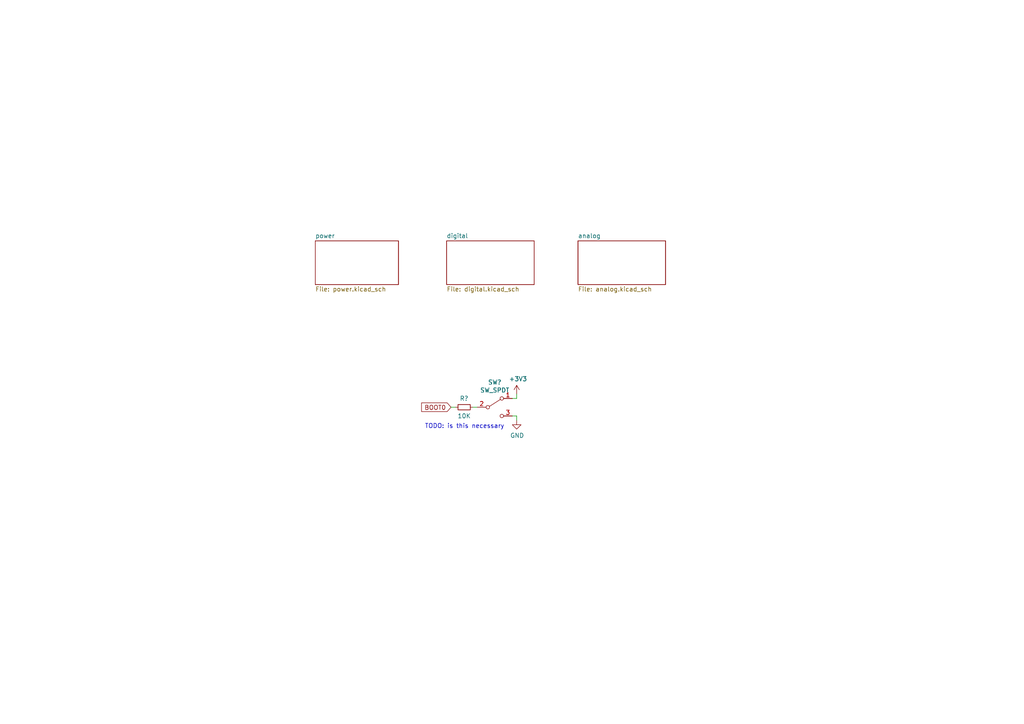
<source format=kicad_sch>
(kicad_sch (version 20211123) (generator eeschema)

  (uuid b7a5be0d-cb19-47d2-97ef-564bf679a208)

  (paper "A4")

  (title_block
    (title "Higgs")
    (date "2021-05-30")
    (rev "1.0")
    (company "Fibration")
  )

  (lib_symbols
    (symbol "Device:R_Small" (pin_numbers hide) (pin_names (offset 0.254) hide) (in_bom yes) (on_board yes)
      (property "Reference" "R" (id 0) (at 0.762 0.508 0)
        (effects (font (size 1.27 1.27)) (justify left))
      )
      (property "Value" "R_Small" (id 1) (at 0.762 -1.016 0)
        (effects (font (size 1.27 1.27)) (justify left))
      )
      (property "Footprint" "" (id 2) (at 0 0 0)
        (effects (font (size 1.27 1.27)) hide)
      )
      (property "Datasheet" "~" (id 3) (at 0 0 0)
        (effects (font (size 1.27 1.27)) hide)
      )
      (property "ki_keywords" "R resistor" (id 4) (at 0 0 0)
        (effects (font (size 1.27 1.27)) hide)
      )
      (property "ki_description" "Resistor, small symbol" (id 5) (at 0 0 0)
        (effects (font (size 1.27 1.27)) hide)
      )
      (property "ki_fp_filters" "R_*" (id 6) (at 0 0 0)
        (effects (font (size 1.27 1.27)) hide)
      )
      (symbol "R_Small_0_1"
        (rectangle (start -0.762 1.778) (end 0.762 -1.778)
          (stroke (width 0.2032) (type default) (color 0 0 0 0))
          (fill (type none))
        )
      )
      (symbol "R_Small_1_1"
        (pin passive line (at 0 2.54 270) (length 0.762)
          (name "~" (effects (font (size 1.27 1.27))))
          (number "1" (effects (font (size 1.27 1.27))))
        )
        (pin passive line (at 0 -2.54 90) (length 0.762)
          (name "~" (effects (font (size 1.27 1.27))))
          (number "2" (effects (font (size 1.27 1.27))))
        )
      )
    )
    (symbol "Switch:SW_SPDT" (pin_names (offset 0) hide) (in_bom yes) (on_board yes)
      (property "Reference" "SW" (id 0) (at 0 4.318 0)
        (effects (font (size 1.27 1.27)))
      )
      (property "Value" "SW_SPDT" (id 1) (at 0 -5.08 0)
        (effects (font (size 1.27 1.27)))
      )
      (property "Footprint" "" (id 2) (at 0 0 0)
        (effects (font (size 1.27 1.27)) hide)
      )
      (property "Datasheet" "~" (id 3) (at 0 0 0)
        (effects (font (size 1.27 1.27)) hide)
      )
      (property "ki_keywords" "switch single-pole double-throw spdt ON-ON" (id 4) (at 0 0 0)
        (effects (font (size 1.27 1.27)) hide)
      )
      (property "ki_description" "Switch, single pole double throw" (id 5) (at 0 0 0)
        (effects (font (size 1.27 1.27)) hide)
      )
      (symbol "SW_SPDT_0_0"
        (circle (center -2.032 0) (radius 0.508)
          (stroke (width 0) (type default) (color 0 0 0 0))
          (fill (type none))
        )
        (circle (center 2.032 -2.54) (radius 0.508)
          (stroke (width 0) (type default) (color 0 0 0 0))
          (fill (type none))
        )
      )
      (symbol "SW_SPDT_0_1"
        (polyline
          (pts
            (xy -1.524 0.254)
            (xy 1.651 2.286)
          )
          (stroke (width 0) (type default) (color 0 0 0 0))
          (fill (type none))
        )
        (circle (center 2.032 2.54) (radius 0.508)
          (stroke (width 0) (type default) (color 0 0 0 0))
          (fill (type none))
        )
      )
      (symbol "SW_SPDT_1_1"
        (pin passive line (at 5.08 2.54 180) (length 2.54)
          (name "A" (effects (font (size 1.27 1.27))))
          (number "1" (effects (font (size 1.27 1.27))))
        )
        (pin passive line (at -5.08 0 0) (length 2.54)
          (name "B" (effects (font (size 1.27 1.27))))
          (number "2" (effects (font (size 1.27 1.27))))
        )
        (pin passive line (at 5.08 -2.54 180) (length 2.54)
          (name "C" (effects (font (size 1.27 1.27))))
          (number "3" (effects (font (size 1.27 1.27))))
        )
      )
    )
    (symbol "power:+3.3V" (power) (pin_names (offset 0)) (in_bom yes) (on_board yes)
      (property "Reference" "#PWR" (id 0) (at 0 -3.81 0)
        (effects (font (size 1.27 1.27)) hide)
      )
      (property "Value" "+3.3V" (id 1) (at 0 3.556 0)
        (effects (font (size 1.27 1.27)))
      )
      (property "Footprint" "" (id 2) (at 0 0 0)
        (effects (font (size 1.27 1.27)) hide)
      )
      (property "Datasheet" "" (id 3) (at 0 0 0)
        (effects (font (size 1.27 1.27)) hide)
      )
      (property "ki_keywords" "power-flag" (id 4) (at 0 0 0)
        (effects (font (size 1.27 1.27)) hide)
      )
      (property "ki_description" "Power symbol creates a global label with name \"+3.3V\"" (id 5) (at 0 0 0)
        (effects (font (size 1.27 1.27)) hide)
      )
      (symbol "+3.3V_0_1"
        (polyline
          (pts
            (xy -0.762 1.27)
            (xy 0 2.54)
          )
          (stroke (width 0) (type default) (color 0 0 0 0))
          (fill (type none))
        )
        (polyline
          (pts
            (xy 0 0)
            (xy 0 2.54)
          )
          (stroke (width 0) (type default) (color 0 0 0 0))
          (fill (type none))
        )
        (polyline
          (pts
            (xy 0 2.54)
            (xy 0.762 1.27)
          )
          (stroke (width 0) (type default) (color 0 0 0 0))
          (fill (type none))
        )
      )
      (symbol "+3.3V_1_1"
        (pin power_in line (at 0 0 90) (length 0) hide
          (name "+3V3" (effects (font (size 1.27 1.27))))
          (number "1" (effects (font (size 1.27 1.27))))
        )
      )
    )
    (symbol "power:GND" (power) (pin_names (offset 0)) (in_bom yes) (on_board yes)
      (property "Reference" "#PWR" (id 0) (at 0 -6.35 0)
        (effects (font (size 1.27 1.27)) hide)
      )
      (property "Value" "GND" (id 1) (at 0 -3.81 0)
        (effects (font (size 1.27 1.27)))
      )
      (property "Footprint" "" (id 2) (at 0 0 0)
        (effects (font (size 1.27 1.27)) hide)
      )
      (property "Datasheet" "" (id 3) (at 0 0 0)
        (effects (font (size 1.27 1.27)) hide)
      )
      (property "ki_keywords" "power-flag" (id 4) (at 0 0 0)
        (effects (font (size 1.27 1.27)) hide)
      )
      (property "ki_description" "Power symbol creates a global label with name \"GND\" , ground" (id 5) (at 0 0 0)
        (effects (font (size 1.27 1.27)) hide)
      )
      (symbol "GND_0_1"
        (polyline
          (pts
            (xy 0 0)
            (xy 0 -1.27)
            (xy 1.27 -1.27)
            (xy 0 -2.54)
            (xy -1.27 -1.27)
            (xy 0 -1.27)
          )
          (stroke (width 0) (type default) (color 0 0 0 0))
          (fill (type none))
        )
      )
      (symbol "GND_1_1"
        (pin power_in line (at 0 0 270) (length 0) hide
          (name "GND" (effects (font (size 1.27 1.27))))
          (number "1" (effects (font (size 1.27 1.27))))
        )
      )
    )
  )


  (wire (pts (xy 149.86 114.3) (xy 149.86 115.57))
    (stroke (width 0) (type default) (color 0 0 0 0))
    (uuid 212376b3-266e-41b6-aa00-bf5fb6d1b1c3)
  )
  (wire (pts (xy 149.86 120.65) (xy 148.59 120.65))
    (stroke (width 0) (type default) (color 0 0 0 0))
    (uuid 2f927bf3-637e-4d13-a7ed-f7f73af40949)
  )
  (wire (pts (xy 138.43 118.11) (xy 137.16 118.11))
    (stroke (width 0) (type default) (color 0 0 0 0))
    (uuid 4be8b1b8-119f-4397-b1a0-451d77a2b88f)
  )
  (wire (pts (xy 130.81 118.11) (xy 132.08 118.11))
    (stroke (width 0) (type default) (color 0 0 0 0))
    (uuid 66730c71-9eeb-4a35-a346-08c9f99abbef)
  )
  (wire (pts (xy 149.86 121.92) (xy 149.86 120.65))
    (stroke (width 0) (type default) (color 0 0 0 0))
    (uuid 6ccc690a-3a3c-4e02-a3a4-085cc0740dfd)
  )
  (wire (pts (xy 149.86 115.57) (xy 148.59 115.57))
    (stroke (width 0) (type default) (color 0 0 0 0))
    (uuid dbb2472b-5312-44f6-a322-18ba7ccab995)
  )

  (text "TODO: is this necessary\n" (at 123.19 124.46 0)
    (effects (font (size 1.27 1.27)) (justify left bottom))
    (uuid d5536ebc-4a98-4145-aeeb-49a78f885213)
  )

  (global_label "BOOT0" (shape input) (at 130.81 118.11 180) (fields_autoplaced)
    (effects (font (size 1.27 1.27)) (justify right))
    (uuid 33e1b089-84e4-4bbb-89ce-20bfd50a01a2)
    (property "Intersheet References" "${INTERSHEET_REFS}" (id 0) (at 0 0 0)
      (effects (font (size 1.27 1.27)) hide)
    )
  )

  (symbol (lib_id "Switch:SW_SPDT") (at 143.51 118.11 0) (unit 1)
    (in_bom yes) (on_board yes)
    (uuid 00000000-0000-0000-0000-000060b49d76)
    (property "Reference" "SW?" (id 0) (at 143.51 110.871 0))
    (property "Value" "" (id 1) (at 143.51 113.1824 0))
    (property "Footprint" "" (id 2) (at 143.51 118.11 0)
      (effects (font (size 1.27 1.27)) hide)
    )
    (property "Datasheet" "~" (id 3) (at 143.51 118.11 0)
      (effects (font (size 1.27 1.27)) hide)
    )
    (pin "1" (uuid f0aa4ff4-622d-4dd4-9db9-790c66f72a93))
    (pin "2" (uuid 2c1f2124-4a28-407f-9797-e4c3d97a6221))
    (pin "3" (uuid 9230f7e3-2600-483f-ad48-09debcdec7ae))
  )

  (symbol (lib_id "Device:R_Small") (at 134.62 118.11 270) (unit 1)
    (in_bom yes) (on_board yes)
    (uuid 00000000-0000-0000-0000-000060b4b181)
    (property "Reference" "R?" (id 0) (at 134.62 115.57 90))
    (property "Value" "" (id 1) (at 134.62 120.65 90))
    (property "Footprint" "" (id 2) (at 134.62 118.11 0)
      (effects (font (size 1.27 1.27)) hide)
    )
    (property "Datasheet" "~" (id 3) (at 134.62 118.11 0)
      (effects (font (size 1.27 1.27)) hide)
    )
    (pin "1" (uuid 010a3456-0400-49c6-9675-3cf3aeeded49))
    (pin "2" (uuid ed6234f8-6fa1-405a-bcce-cf44b6750e01))
  )

  (symbol (lib_id "power:+3.3V") (at 149.86 114.3 0) (unit 1)
    (in_bom yes) (on_board yes)
    (uuid 00000000-0000-0000-0000-000060b4c024)
    (property "Reference" "#PWR0103" (id 0) (at 149.86 118.11 0)
      (effects (font (size 1.27 1.27)) hide)
    )
    (property "Value" "" (id 1) (at 150.241 109.9058 0))
    (property "Footprint" "" (id 2) (at 149.86 114.3 0)
      (effects (font (size 1.27 1.27)) hide)
    )
    (property "Datasheet" "" (id 3) (at 149.86 114.3 0)
      (effects (font (size 1.27 1.27)) hide)
    )
    (pin "1" (uuid d20e7a9d-9c65-4608-804e-5b157396fc19))
  )

  (symbol (lib_id "power:GND") (at 149.86 121.92 0) (unit 1)
    (in_bom yes) (on_board yes)
    (uuid 00000000-0000-0000-0000-000060b4c5fd)
    (property "Reference" "#PWR0104" (id 0) (at 149.86 128.27 0)
      (effects (font (size 1.27 1.27)) hide)
    )
    (property "Value" "" (id 1) (at 149.987 126.3142 0))
    (property "Footprint" "" (id 2) (at 149.86 121.92 0)
      (effects (font (size 1.27 1.27)) hide)
    )
    (property "Datasheet" "" (id 3) (at 149.86 121.92 0)
      (effects (font (size 1.27 1.27)) hide)
    )
    (pin "1" (uuid 1e8e701a-c1e1-468d-8536-9ea5cf01d6eb))
  )

  (sheet (at 91.44 69.85) (size 24.13 12.7) (fields_autoplaced)
    (stroke (width 0) (type solid) (color 0 0 0 0))
    (fill (color 0 0 0 0.0000))
    (uuid 00000000-0000-0000-0000-000062285344)
    (property "Sheet name" "power" (id 0) (at 91.44 69.1384 0)
      (effects (font (size 1.27 1.27)) (justify left bottom))
    )
    (property "Sheet file" "power.kicad_sch" (id 1) (at 91.44 83.1346 0)
      (effects (font (size 1.27 1.27)) (justify left top))
    )
  )

  (sheet (at 129.54 69.85) (size 25.4 12.7) (fields_autoplaced)
    (stroke (width 0) (type solid) (color 0 0 0 0))
    (fill (color 0 0 0 0.0000))
    (uuid 00000000-0000-0000-0000-0000622a682e)
    (property "Sheet name" "digital" (id 0) (at 129.54 69.1384 0)
      (effects (font (size 1.27 1.27)) (justify left bottom))
    )
    (property "Sheet file" "digital.kicad_sch" (id 1) (at 129.54 83.1346 0)
      (effects (font (size 1.27 1.27)) (justify left top))
    )
  )

  (sheet (at 167.64 69.85) (size 25.4 12.7) (fields_autoplaced)
    (stroke (width 0) (type solid) (color 0 0 0 0))
    (fill (color 0 0 0 0.0000))
    (uuid 00000000-0000-0000-0000-0000622a6999)
    (property "Sheet name" "analog" (id 0) (at 167.64 69.1384 0)
      (effects (font (size 1.27 1.27)) (justify left bottom))
    )
    (property "Sheet file" "analog.kicad_sch" (id 1) (at 167.64 83.1346 0)
      (effects (font (size 1.27 1.27)) (justify left top))
    )
  )

  (sheet_instances
    (path "/" (page "1"))
    (path "/00000000-0000-0000-0000-000062285344" (page "2"))
    (path "/00000000-0000-0000-0000-0000622a682e" (page "3"))
    (path "/00000000-0000-0000-0000-0000622a6999" (page "4"))
  )

  (symbol_instances
    (path "/00000000-0000-0000-0000-000060b4c024"
      (reference "#PWR0103") (unit 1) (value "+3.3V") (footprint "")
    )
    (path "/00000000-0000-0000-0000-000060b4c5fd"
      (reference "#PWR0104") (unit 1) (value "GND") (footprint "")
    )
    (path "/00000000-0000-0000-0000-000062285344/00000000-0000-0000-0000-0000622a4b32"
      (reference "#PWR?") (unit 1) (value "GND") (footprint "")
    )
    (path "/00000000-0000-0000-0000-000062285344/00000000-0000-0000-0000-0000622a4b39"
      (reference "#PWR?") (unit 1) (value "GND") (footprint "")
    )
    (path "/00000000-0000-0000-0000-000062285344/00000000-0000-0000-0000-0000622a4b83"
      (reference "#PWR?") (unit 1) (value "GND") (footprint "")
    )
    (path "/00000000-0000-0000-0000-0000622a682e/00000000-0000-0000-0000-0000622b268a"
      (reference "#PWR?") (unit 1) (value "GND") (footprint "")
    )
    (path "/00000000-0000-0000-0000-0000622a682e/00000000-0000-0000-0000-0000622b2691"
      (reference "#PWR?") (unit 1) (value "+3.3VA") (footprint "")
    )
    (path "/00000000-0000-0000-0000-0000622a682e/00000000-0000-0000-0000-0000622b2719"
      (reference "#PWR?") (unit 1) (value "GNDA") (footprint "")
    )
    (path "/00000000-0000-0000-0000-0000622a682e/00000000-0000-0000-0000-0000622b2720"
      (reference "#PWR?") (unit 1) (value "GNDA") (footprint "")
    )
    (path "/00000000-0000-0000-0000-0000622a682e/00000000-0000-0000-0000-0000622b2739"
      (reference "#PWR?") (unit 1) (value "+3.3V") (footprint "")
    )
    (path "/00000000-0000-0000-0000-000062285344/00000000-0000-0000-0000-0000622a4b63"
      (reference "C?") (unit 1) (value "25V 22uF") (footprint "Capacitor_SMD:C_1206_3216Metric_Pad1.33x1.80mm_HandSolder")
    )
    (path "/00000000-0000-0000-0000-000062285344/8986038d-26d9-4e79-9129-830a0d268346"
      (reference "C?") (unit 1) (value "25V 22uF") (footprint "Capacitor_SMD:C_1206_3216Metric_Pad1.33x1.80mm_HandSolder")
    )
    (path "/00000000-0000-0000-0000-000062285344/d64e3d58-e2fd-4db1-a30d-4a4861d9a759"
      (reference "C?") (unit 1) (value "25V 22uF") (footprint "Capacitor_SMD:C_1206_3216Metric_Pad1.33x1.80mm_HandSolder")
    )
    (path "/00000000-0000-0000-0000-000062285344/d71b35d5-1168-4d68-a7e7-0a4d1d06018d"
      (reference "C?") (unit 1) (value "25V 22uF") (footprint "Capacitor_SMD:C_1206_3216Metric_Pad1.33x1.80mm_HandSolder")
    )
    (path "/00000000-0000-0000-0000-000062285344/00000000-0000-0000-0000-0000622a4b40"
      (reference "D?") (unit 1) (value "40V 600mV@1A 1A") (footprint "Diode_SMD:D_SOD-123")
    )
    (path "/00000000-0000-0000-0000-000062285344/e98b0f12-12b9-4740-8813-cbd9ec618bb9"
      (reference "D?") (unit 1) (value "40V 600mV@1A 1A") (footprint "Diode_SMD:D_SOD-123")
    )
    (path "/00000000-0000-0000-0000-000062285344/00000000-0000-0000-0000-0000622a4b2a"
      (reference "F?") (unit 1) (value "Fuse_Small") (footprint "")
    )
    (path "/00000000-0000-0000-0000-000062285344/00000000-0000-0000-0000-0000622a4b1c"
      (reference "J?") (unit 1) (value "PinHeader_2x05_P2.54mm_Vertical") (footprint "Connector_PinHeader_2.54mm:PinHeader_2x05_P2.54mm_Vertical")
    )
    (path "/00000000-0000-0000-0000-000062285344/7311ef6c-6b48-4a6d-bc9d-497df5471722"
      (reference "L?") (unit 1) (value "100Ω@100MHz") (footprint "Inductor_SMD:L_0805_2012Metric_Pad1.15x1.40mm_HandSolder")
    )
    (path "/00000000-0000-0000-0000-000062285344/784d844b-a91b-4274-be99-5ef97d92a337"
      (reference "L?") (unit 1) (value "100Ω@100MHz") (footprint "Inductor_SMD:L_0805_2012Metric_Pad1.15x1.40mm_HandSolder")
    )
    (path "/00000000-0000-0000-0000-000062285344/c2e741b4-e19e-4fc6-8c9a-ad3739f5acbb"
      (reference "L?") (unit 1) (value "100Ω@100MHz") (footprint "Inductor_SMD:L_0805_2012Metric_Pad1.15x1.40mm_HandSolder")
    )
    (path "/00000000-0000-0000-0000-000060b4b181"
      (reference "R?") (unit 1) (value "10K") (footprint "")
    )
    (path "/00000000-0000-0000-0000-000060b49d76"
      (reference "SW?") (unit 1) (value "SW_SPDT") (footprint "")
    )
    (path "/00000000-0000-0000-0000-000062285344/00000000-0000-0000-0000-0000622a4b16"
      (reference "U?") (unit 1) (value "AMS1117-3.3") (footprint "Package_TO_SOT_SMD:SOT-223-3_TabPin2")
    )
    (path "/00000000-0000-0000-0000-000062285344/00000000-0000-0000-0000-0000622a4b95"
      (reference "U?") (unit 1) (value "V7803-500") (footprint "higgs:V78-500")
    )
    (path "/00000000-0000-0000-0000-0000622a682e/00000000-0000-0000-0000-0000622b2727"
      (reference "U?") (unit 1) (value "STM32F303RETx") (footprint "Package_QFP:LQFP-64_10x10mm_P0.5mm")
    )
  )
)

</source>
